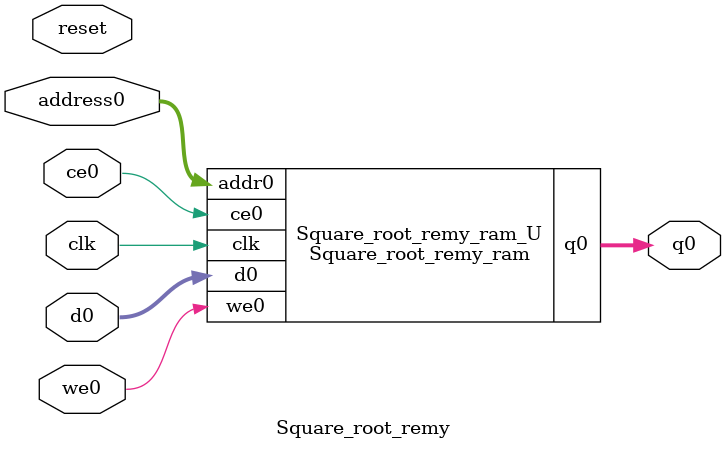
<source format=v>

`timescale 1 ns / 1 ps
module Square_root_remy_ram (addr0, ce0, d0, we0, q0,  clk);

parameter DWIDTH = 32;
parameter AWIDTH = 5;
parameter MEM_SIZE = 20;

input[AWIDTH-1:0] addr0;
input ce0;
input[DWIDTH-1:0] d0;
input we0;
output reg[DWIDTH-1:0] q0;
input clk;

(* ram_style = "distributed" *)reg [DWIDTH-1:0] ram[MEM_SIZE-1:0];




always @(posedge clk)  
begin 
    if (ce0) 
    begin
        if (we0) 
        begin 
            ram[addr0] <= d0; 
            q0 <= d0;
        end 
        else 
            q0 <= ram[addr0];
    end
end


endmodule


`timescale 1 ns / 1 ps
module Square_root_remy(
    reset,
    clk,
    address0,
    ce0,
    we0,
    d0,
    q0);

parameter DataWidth = 32'd32;
parameter AddressRange = 32'd20;
parameter AddressWidth = 32'd5;
input reset;
input clk;
input[AddressWidth - 1:0] address0;
input ce0;
input we0;
input[DataWidth - 1:0] d0;
output[DataWidth - 1:0] q0;



Square_root_remy_ram Square_root_remy_ram_U(
    .clk( clk ),
    .addr0( address0 ),
    .ce0( ce0 ),
    .d0( d0 ),
    .we0( we0 ),
    .q0( q0 ));

endmodule


</source>
